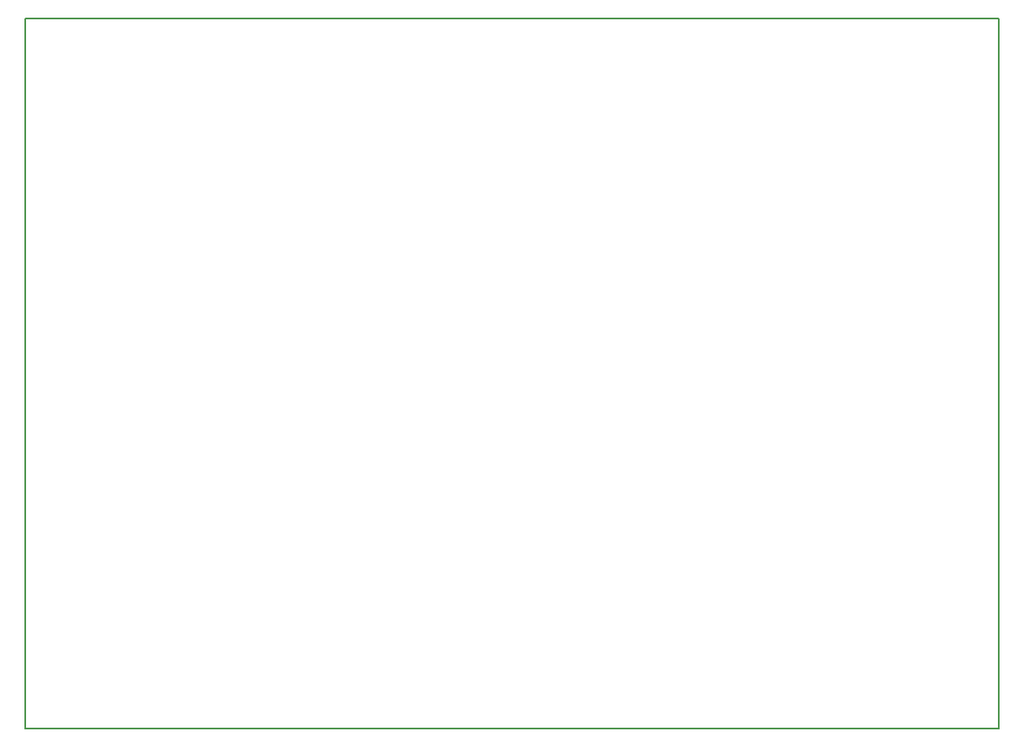
<source format=gm1>
G04*
G04 #@! TF.GenerationSoftware,Altium Limited,Altium Designer,22.1.2 (22)*
G04*
G04 Layer_Color=16711935*
%FSLAX25Y25*%
%MOIN*%
G70*
G04*
G04 #@! TF.SameCoordinates,D2A74ED6-6853-450D-875C-18D0DEDCCFCE*
G04*
G04*
G04 #@! TF.FilePolarity,Positive*
G04*
G01*
G75*
%ADD12C,0.00787*%
D12*
X0Y0D02*
Y281496D01*
X385827D01*
Y0D02*
Y281496D01*
X0Y0D02*
X385827D01*
M02*

</source>
